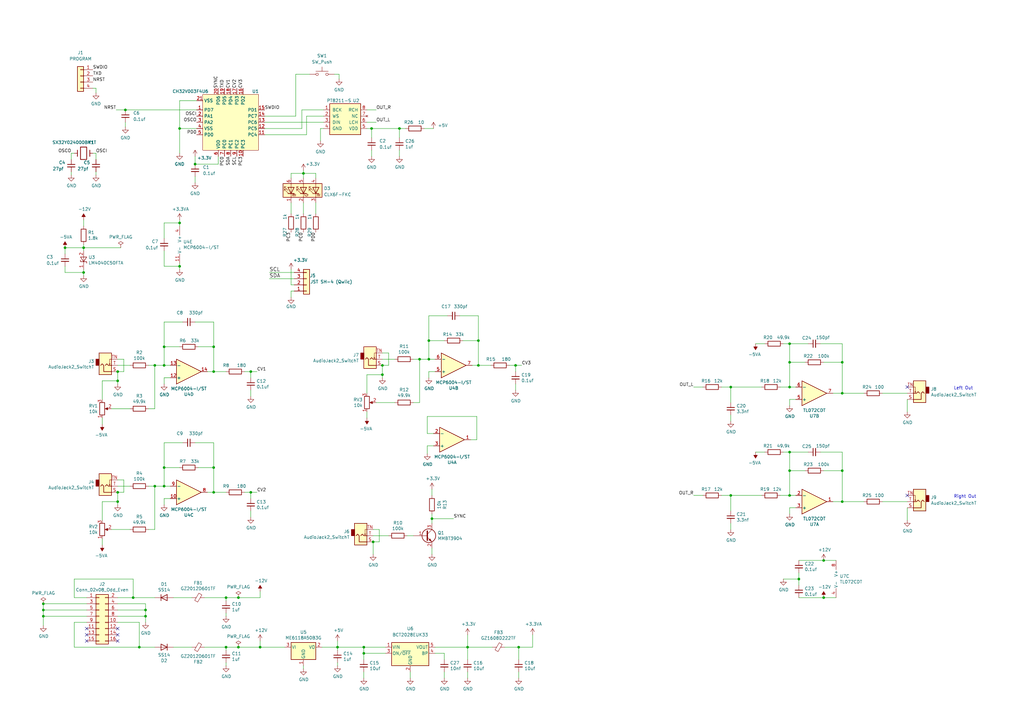
<source format=kicad_sch>
(kicad_sch (version 20211123) (generator eeschema)
  (paper "A3")
  (title_block (title "Cheep 3a - low cost Eurorack Oscillator") (date "2023-07-12") (rev "V0.2") (company "KBADC"))
  (junction (at 67.31 149.86))
  (junction (at 48.26 205.74))
  (junction (at 59.69 250.19))
  (junction (at 299.72 203.2))
  (junction (at 153.035 222.25))
  (junction (at 177.165 212.725))
  (junction (at 67.31 142.24))
  (junction (at 67.31 199.39))
  (junction (at 102.87 201.93))
  (junction (at 323.85 193.04))
  (junction (at 17.78 250.19))
  (junction (at 59.69 252.73))
  (junction (at 63.5 199.39))
  (junction (at 106.68 265.43))
  (junction (at 172.085 147.32))
  (junction (at 299.72 158.75))
  (junction (at 48.26 152.4))
  (junction (at 156.845 149.86))
  (junction (at 124.46 71.12))
  (junction (at 323.85 203.2))
  (junction (at 138.43 265.43))
  (junction (at 48.26 201.93))
  (junction (at 345.44 193.04))
  (junction (at 54.61 245.11))
  (junction (at 87.63 191.77))
  (junction (at 73.66 109.22))
  (junction (at 211.455 149.86))
  (junction (at 345.44 205.74))
  (junction (at 156.845 153.67))
  (junction (at 102.87 152.4))
  (junction (at 92.71 245.11))
  (junction (at 323.85 148.59))
  (junction (at 152.4 52.705))
  (junction (at 34.29 101.6))
  (junction (at 73.66 91.44))
  (junction (at 17.78 247.65))
  (junction (at 175.895 147.32))
  (junction (at 87.63 142.24))
  (junction (at 323.85 185.42))
  (junction (at 323.85 158.75))
  (junction (at 327.66 237.49))
  (junction (at 337.82 245.11))
  (junction (at 63.5 149.86))
  (junction (at 67.31 191.77))
  (junction (at 97.79 245.11))
  (junction (at 212.725 265.43))
  (junction (at 337.82 229.87))
  (junction (at 34.29 111.76))
  (junction (at 26.67 101.6))
  (junction (at 345.44 148.59))
  (junction (at 57.15 265.43))
  (junction (at 175.895 139.7))
  (junction (at 48.26 156.21))
  (junction (at 87.63 152.4))
  (junction (at 97.79 265.43))
  (junction (at 51.435 45.085))
  (junction (at 163.83 52.705))
  (junction (at 149.225 265.43))
  (junction (at 191.77 265.43))
  (junction (at 149.225 267.97))
  (junction (at 17.78 252.73))
  (junction (at 87.63 201.93))
  (junction (at 323.85 140.97))
  (junction (at 196.215 139.7))
  (junction (at 80.01 67.31))
  (junction (at 73.66 52.705))
  (junction (at 345.44 161.29))
  (junction (at 196.215 149.86))
  (junction (at 92.71 265.43))
  (no_connect (at 48.26 262.89))
  (no_connect (at 35.56 262.89))
  (no_connect (at 48.26 260.35))
  (no_connect (at 35.56 257.81))
  (no_connect (at 372.11 203.2))
  (no_connect (at 35.56 260.35))
  (no_connect (at 372.11 158.75))
  (no_connect (at 48.26 257.81))
  (wire (pts (xy 327.66 237.49) (xy 321.31 237.49)))
  (wire (pts (xy 327.66 245.11) (xy 337.82 245.11)))
  (wire (pts (xy 92.71 273.05) (xy 92.71 271.78)))
  (wire (pts (xy 156.845 147.32) (xy 161.925 147.32)))
  (wire (pts (xy 156.845 153.67) (xy 156.845 154.94)))
  (wire (pts (xy 177.165 200.66) (xy 177.165 203.2)))
  (wire (pts (xy 211.455 149.86) (xy 211.455 152.4)))
  (wire (pts (xy 345.44 148.59) (xy 345.44 161.29)))
  (wire (pts (xy 212.725 265.43) (xy 212.725 270.51)))
  (wire (pts (xy 87.63 152.4) (xy 92.71 152.4)))
  (wire (pts (xy 345.44 161.29) (xy 354.33 161.29)))
  (wire (pts (xy 97.79 265.43) (xy 106.68 265.43)))
  (wire (pts (xy 60.96 167.64) (xy 63.5 167.64)))
  (wire (pts (xy 337.82 148.59) (xy 345.44 148.59)))
  (wire (pts (xy 132.715 52.705) (xy 131.445 52.705)))
  (wire (pts (xy 41.91 156.21) (xy 41.91 163.83)))
  (wire (pts (xy 345.44 185.42) (xy 345.44 193.04)))
  (wire (pts (xy 92.71 251.46) (xy 92.71 252.73)))
  (wire (pts (xy 150.495 52.705) (xy 152.4 52.705)))
  (wire (pts (xy 80.01 181.61) (xy 87.63 181.61)))
  (wire (pts (xy 80.645 52.705) (xy 73.66 52.705)))
  (wire (pts (xy 17.78 252.73) (xy 17.78 256.54)))
  (wire (pts (xy 34.29 113.03) (xy 34.29 111.76)))
  (wire (pts (xy 218.44 260.35) (xy 218.44 265.43)))
  (wire (pts (xy 110.49 111.76) (xy 120.65 111.76)))
  (wire (pts (xy 83.82 245.11) (xy 92.71 245.11)))
  (wire (pts (xy 73.66 52.705) (xy 73.66 62.865)))
  (wire (pts (xy 345.44 205.74) (xy 341.63 205.74)))
  (wire (pts (xy 175.26 177.8) (xy 177.8 177.8)))
  (wire (pts (xy 48.26 156.21) (xy 41.91 156.21)))
  (wire (pts (xy 97.79 245.11) (xy 106.68 245.11)))
  (wire (pts (xy 323.85 203.2) (xy 326.39 203.2)))
  (wire (pts (xy 337.82 229.87) (xy 327.66 229.87)))
  (wire (pts (xy 102.87 162.56) (xy 102.87 160.02)))
  (wire (pts (xy 48.26 152.4) (xy 48.26 156.21)))
  (wire (pts (xy 330.2 148.59) (xy 323.85 148.59)))
  (wire (pts (xy 29.21 71.755) (xy 29.21 70.485)))
  (wire (pts (xy 102.87 152.4) (xy 102.87 154.94)))
  (wire (pts (xy 108.585 50.165) (xy 132.715 50.165)))
  (wire (pts (xy 108.585 55.245) (xy 125.73 55.245)))
  (wire (pts (xy 69.85 154.94) (xy 67.31 154.94)))
  (wire (pts (xy 125.73 55.245) (xy 125.73 47.625)))
  (wire (pts (xy 163.83 52.705) (xy 152.4 52.705)))
  (wire (pts (xy 100.33 201.93) (xy 102.87 201.93)))
  (wire (pts (xy 38.1 36.195) (xy 39.37 36.195)))
  (wire (pts (xy 299.72 158.75) (xy 299.72 165.1)))
  (wire (pts (xy 182.245 267.97) (xy 182.245 270.51)))
  (wire (pts (xy 124.46 71.12) (xy 124.46 73.025)))
  (wire (pts (xy 336.55 140.97) (xy 345.44 140.97)))
  (wire (pts (xy 26.67 111.76) (xy 34.29 111.76)))
  (wire (pts (xy 60.96 199.39) (xy 63.5 199.39)))
  (wire (pts (xy 73.66 142.24) (xy 67.31 142.24)))
  (wire (pts (xy 41.91 205.74) (xy 41.91 213.36)))
  (wire (pts (xy 284.48 158.75) (xy 288.29 158.75)))
  (wire (pts (xy 312.42 203.2) (xy 299.72 203.2)))
  (wire (pts (xy 169.545 165.1) (xy 172.085 165.1)))
  (wire (pts (xy 69.85 204.47) (xy 67.31 204.47)))
  (wire (pts (xy 152.4 61.595) (xy 152.4 64.135)))
  (wire (pts (xy 17.78 247.65) (xy 17.78 250.19)))
  (wire (pts (xy 183.515 129.54) (xy 175.895 129.54)))
  (wire (pts (xy 320.04 203.2) (xy 323.85 203.2)))
  (wire (pts (xy 59.69 247.65) (xy 59.69 250.19)))
  (wire (pts (xy 139.065 30.48) (xy 139.065 32.385)))
  (wire (pts (xy 159.385 149.86) (xy 156.845 149.86)))
  (wire (pts (xy 73.66 109.22) (xy 67.31 109.22)))
  (wire (pts (xy 337.82 193.04) (xy 345.44 193.04)))
  (wire (pts (xy 119.38 119.38) (xy 120.65 119.38)))
  (wire (pts (xy 59.69 252.73) (xy 59.69 255.27)))
  (wire (pts (xy 80.01 72.39) (xy 80.01 74.93)))
  (wire (pts (xy 295.91 203.2) (xy 299.72 203.2)))
  (wire (pts (xy 156.845 149.86) (xy 156.845 153.67)))
  (wire (pts (xy 48.26 147.32) (xy 50.8 147.32)))
  (wire (pts (xy 73.66 91.44) (xy 67.31 91.44)))
  (wire (pts (xy 30.48 237.49) (xy 54.61 237.49)))
  (wire (pts (xy 138.43 265.43) (xy 138.43 266.7)))
  (wire (pts (xy 129.54 71.12) (xy 129.54 73.025)))
  (wire (pts (xy 138.43 265.43) (xy 138.43 262.89)))
  (wire (pts (xy 63.5 265.43) (xy 57.15 265.43)))
  (wire (pts (xy 175.26 182.88) (xy 175.26 186.055)))
  (wire (pts (xy 155.575 217.17) (xy 155.575 222.25)))
  (wire (pts (xy 175.895 147.32) (xy 178.435 147.32)))
  (wire (pts (xy 92.71 265.43) (xy 97.79 265.43)))
  (wire (pts (xy 45.72 217.17) (xy 53.34 217.17)))
  (wire (pts (xy 67.31 91.44) (xy 67.31 97.79)))
  (wire (pts (xy 155.575 222.25) (xy 153.035 222.25)))
  (wire (pts (xy 150.495 50.165) (xy 154.305 50.165)))
  (wire (pts (xy 73.66 90.17) (xy 73.66 91.44)))
  (wire (pts (xy 323.85 140.97) (xy 321.31 140.97)))
  (wire (pts (xy 119.38 73.025) (xy 119.38 71.12)))
  (wire (pts (xy 159.385 144.78) (xy 159.385 149.86)))
  (wire (pts (xy 153.035 217.17) (xy 155.575 217.17)))
  (wire (pts (xy 121.285 47.625) (xy 121.285 30.48)))
  (wire (pts (xy 87.63 142.24) (xy 87.63 152.4)))
  (wire (pts (xy 323.85 185.42) (xy 323.85 193.04)))
  (wire (pts (xy 195.58 170.815) (xy 195.58 180.34)))
  (wire (pts (xy 163.83 61.595) (xy 163.83 64.135)))
  (wire (pts (xy 63.5 149.86) (xy 67.31 149.86)))
  (wire (pts (xy 87.63 181.61) (xy 87.63 191.77)))
  (wire (pts (xy 51.435 45.085) (xy 80.645 45.085)))
  (wire (pts (xy 188.595 129.54) (xy 196.215 129.54)))
  (wire (pts (xy 189.865 139.7) (xy 196.215 139.7)))
  (wire (pts (xy 35.56 252.73) (xy 17.78 252.73)))
  (wire (pts (xy 323.85 158.75) (xy 326.39 158.75)))
  (wire (pts (xy 120.65 116.84) (xy 119.38 116.84)))
  (wire (pts (xy 119.38 121.92) (xy 119.38 119.38)))
  (wire (pts (xy 51.435 50.165) (xy 51.435 52.07)))
  (wire (pts (xy 327.66 234.95) (xy 327.66 237.49)))
  (wire (pts (xy 92.71 245.11) (xy 97.79 245.11)))
  (wire (pts (xy 110.49 114.3) (xy 120.65 114.3)))
  (wire (pts (xy 63.5 217.17) (xy 63.5 199.39)))
  (wire (pts (xy 163.83 52.705) (xy 166.37 52.705)))
  (wire (pts (xy 87.63 201.93) (xy 85.09 201.93)))
  (wire (pts (xy 177.165 212.725) (xy 186.055 212.725)))
  (wire (pts (xy 167.005 219.71) (xy 169.545 219.71)))
  (wire (pts (xy 67.31 191.77) (xy 67.31 199.39)))
  (wire (pts (xy 191.77 265.43) (xy 201.93 265.43)))
  (wire (pts (xy 35.56 255.27) (xy 30.48 255.27)))
  (wire (pts (xy 132.08 265.43) (xy 138.43 265.43)))
  (wire (pts (xy 177.8 182.88) (xy 175.26 182.88)))
  (wire (pts (xy 108.585 52.705) (xy 123.825 52.705)))
  (wire (pts (xy 47.625 45.085) (xy 51.435 45.085)))
  (wire (pts (xy 124.46 71.12) (xy 129.54 71.12)))
  (wire (pts (xy 331.47 185.42) (xy 323.85 185.42)))
  (wire (pts (xy 48.26 255.27) (xy 57.15 255.27)))
  (wire (pts (xy 48.26 205.74) (xy 48.26 207.01)))
  (wire (pts (xy 323.85 148.59) (xy 323.85 158.75)))
  (wire (pts (xy 320.04 158.75) (xy 323.85 158.75)))
  (wire (pts (xy 41.91 171.45) (xy 41.91 173.99)))
  (wire (pts (xy 169.545 147.32) (xy 172.085 147.32)))
  (wire (pts (xy 71.12 265.43) (xy 78.74 265.43)))
  (wire (pts (xy 323.85 193.04) (xy 323.85 203.2)))
  (wire (pts (xy 195.58 180.34) (xy 193.04 180.34)))
  (wire (pts (xy 48.26 205.74) (xy 41.91 205.74)))
  (wire (pts (xy 74.93 132.08) (xy 67.31 132.08)))
  (wire (pts (xy 119.38 116.84) (xy 119.38 110.49)))
  (wire (pts (xy 178.435 267.97) (xy 182.245 267.97)))
  (wire (pts (xy 34.29 101.6) (xy 34.29 100.33)))
  (wire (pts (xy 212.725 275.59) (xy 212.725 278.13)))
  (wire (pts (xy 63.5 167.64) (xy 63.5 149.86)))
  (wire (pts (xy 63.5 199.39) (xy 67.31 199.39)))
  (wire (pts (xy 156.845 153.67) (xy 150.495 153.67)))
  (wire (pts (xy 150.495 153.67) (xy 150.495 161.29)))
  (wire (pts (xy 50.8 201.93) (xy 48.26 201.93)))
  (wire (pts (xy 336.55 185.42) (xy 345.44 185.42)))
  (wire (pts (xy 149.225 267.97) (xy 149.225 270.51)))
  (wire (pts (xy 81.28 191.77) (xy 87.63 191.77)))
  (wire (pts (xy 38.1 62.865) (xy 39.37 62.865)))
  (wire (pts (xy 177.165 224.79) (xy 177.165 227.33)))
  (wire (pts (xy 100.33 152.4) (xy 102.87 152.4)))
  (wire (pts (xy 92.71 265.43) (xy 92.71 266.7)))
  (wire (pts (xy 172.085 165.1) (xy 172.085 147.32)))
  (wire (pts (xy 150.495 45.085) (xy 154.305 45.085)))
  (wire (pts (xy 102.87 201.93) (xy 105.41 201.93)))
  (wire (pts (xy 323.85 208.28) (xy 326.39 208.28)))
  (wire (pts (xy 153.035 219.71) (xy 159.385 219.71)))
  (wire (pts (xy 321.31 185.42) (xy 323.85 185.42)))
  (wire (pts (xy 34.29 92.71) (xy 34.29 90.17)))
  (wire (pts (xy 207.01 265.43) (xy 212.725 265.43)))
  (wire (pts (xy 35.56 250.19) (xy 17.78 250.19)))
  (wire (pts (xy 372.11 163.83) (xy 372.11 168.91)))
  (wire (pts (xy 39.37 71.755) (xy 39.37 70.485)))
  (wire (pts (xy 34.29 111.76) (xy 34.29 110.49)))
  (wire (pts (xy 211.455 160.02) (xy 211.455 157.48)))
  (wire (pts (xy 131.445 52.705) (xy 131.445 57.785)))
  (wire (pts (xy 17.78 250.19) (xy 17.78 252.73)))
  (wire (pts (xy 35.56 247.65) (xy 17.78 247.65)))
  (wire (pts (xy 299.72 214.63) (xy 299.72 217.17)))
  (wire (pts (xy 50.8 196.85) (xy 50.8 201.93)))
  (wire (pts (xy 178.435 265.43) (xy 191.77 265.43)))
  (wire (pts (xy 50.8 152.4) (xy 48.26 152.4)))
  (wire (pts (xy 124.46 83.185) (xy 124.46 87.63)))
  (wire (pts (xy 54.61 245.11) (xy 48.26 245.11)))
  (wire (pts (xy 123.825 45.085) (xy 132.715 45.085)))
  (wire (pts (xy 182.245 139.7) (xy 175.895 139.7)))
  (wire (pts (xy 345.44 140.97) (xy 345.44 148.59)))
  (wire (pts (xy 208.915 149.86) (xy 211.455 149.86)))
  (wire (pts (xy 30.48 265.43) (xy 57.15 265.43)))
  (wire (pts (xy 39.37 62.865) (xy 39.37 65.405)))
  (wire (pts (xy 89.535 67.31) (xy 80.01 67.31)))
  (wire (pts (xy 59.69 250.19) (xy 59.69 252.73)))
  (wire (pts (xy 153.035 222.25) (xy 153.035 227.33)))
  (wire (pts (xy 67.31 132.08) (xy 67.31 142.24)))
  (wire (pts (xy 313.69 185.42) (xy 309.88 185.42)))
  (wire (pts (xy 73.66 41.275) (xy 73.66 52.705)))
  (wire (pts (xy 124.46 273.05) (xy 124.46 274.32)))
  (wire (pts (xy 149.225 275.59) (xy 149.225 278.13)))
  (wire (pts (xy 178.435 152.4) (xy 175.895 152.4)))
  (wire (pts (xy 330.2 193.04) (xy 323.85 193.04)))
  (wire (pts (xy 48.26 149.86) (xy 53.34 149.86)))
  (wire (pts (xy 67.31 204.47) (xy 67.31 207.01)))
  (wire (pts (xy 83.82 265.43) (xy 92.71 265.43)))
  (wire (pts (xy 60.96 149.86) (xy 63.5 149.86)))
  (wire (pts (xy 299.72 170.18) (xy 299.72 172.72)))
  (wire (pts (xy 191.77 265.43) (xy 191.77 260.35)))
  (wire (pts (xy 175.26 170.815) (xy 195.58 170.815)))
  (wire (pts (xy 26.67 109.22) (xy 26.67 111.76)))
  (wire (pts (xy 158.115 267.97) (xy 149.225 267.97)))
  (wire (pts (xy 39.37 36.195) (xy 39.37 38.1)))
  (wire (pts (xy 48.26 252.73) (xy 59.69 252.73)))
  (wire (pts (xy 67.31 109.22) (xy 67.31 102.87)))
  (wire (pts (xy 73.66 109.22) (xy 73.66 107.95)))
  (wire (pts (xy 196.215 149.86) (xy 201.295 149.86)))
  (wire (pts (xy 92.71 245.11) (xy 92.71 246.38)))
  (wire (pts (xy 191.77 265.43) (xy 191.77 270.51)))
  (wire (pts (xy 30.48 255.27) (xy 30.48 265.43)))
  (wire (pts (xy 196.215 129.54) (xy 196.215 139.7)))
  (wire (pts (xy 299.72 203.2) (xy 299.72 209.55)))
  (wire (pts (xy 34.29 101.6) (xy 49.53 101.6)))
  (wire (pts (xy 67.31 181.61) (xy 67.31 191.77)))
  (wire (pts (xy 313.69 140.97) (xy 309.88 140.97)))
  (wire (pts (xy 212.725 265.43) (xy 218.44 265.43)))
  (wire (pts (xy 361.95 161.29) (xy 372.11 161.29)))
  (wire (pts (xy 80.01 132.08) (xy 87.63 132.08)))
  (wire (pts (xy 54.61 245.11) (xy 63.5 245.11)))
  (wire (pts (xy 129.54 83.185) (xy 129.54 87.63)))
  (wire (pts (xy 41.91 220.98) (xy 41.91 223.52)))
  (wire (pts (xy 284.48 203.2) (xy 288.29 203.2)))
  (wire (pts (xy 125.73 47.625) (xy 132.715 47.625)))
  (wire (pts (xy 48.26 250.19) (xy 59.69 250.19)))
  (wire (pts (xy 342.9 229.87) (xy 337.82 229.87)))
  (wire (pts (xy 29.21 65.405) (xy 29.21 62.865)))
  (wire (pts (xy 87.63 201.93) (xy 92.71 201.93)))
  (wire (pts (xy 345.44 161.29) (xy 341.63 161.29)))
  (wire (pts (xy 48.26 201.93) (xy 48.26 205.74)))
  (wire (pts (xy 175.26 177.8) (xy 175.26 170.815)))
  (wire (pts (xy 67.31 149.86) (xy 69.85 149.86)))
  (wire (pts (xy 137.16 30.48) (xy 139.065 30.48)))
  (wire (pts (xy 175.895 152.4) (xy 175.895 154.94)))
  (wire (pts (xy 172.085 147.32) (xy 175.895 147.32)))
  (wire (pts (xy 295.91 158.75) (xy 299.72 158.75)))
  (wire (pts (xy 124.46 69.85) (xy 124.46 71.12)))
  (wire (pts (xy 361.95 205.74) (xy 372.11 205.74)))
  (wire (pts (xy 30.48 245.11) (xy 30.48 237.49)))
  (wire (pts (xy 138.43 265.43) (xy 149.225 265.43)))
  (wire (pts (xy 71.12 245.11) (xy 78.74 245.11)))
  (wire (pts (xy 312.42 158.75) (xy 299.72 158.75)))
  (wire (pts (xy 345.44 205.74) (xy 354.33 205.74)))
  (wire (pts (xy 60.96 217.17) (xy 63.5 217.17)))
  (wire (pts (xy 35.56 245.11) (xy 30.48 245.11)))
  (wire (pts (xy 73.66 110.49) (xy 73.66 109.22)))
  (wire (pts (xy 196.215 149.86) (xy 193.675 149.86)))
  (wire (pts (xy 372.11 208.28) (xy 372.11 213.36)))
  (wire (pts (xy 154.305 165.1) (xy 161.925 165.1)))
  (wire (pts (xy 80.01 67.31) (xy 80.01 64.135)))
  (wire (pts (xy 196.215 139.7) (xy 196.215 149.86)))
  (wire (pts (xy 102.87 212.09) (xy 102.87 209.55)))
  (wire (pts (xy 175.895 129.54) (xy 175.895 139.7)))
  (wire (pts (xy 182.245 275.59) (xy 182.245 278.13)))
  (wire (pts (xy 108.585 47.625) (xy 121.285 47.625)))
  (wire (pts (xy 67.31 142.24) (xy 67.31 149.86)))
  (wire (pts (xy 323.85 163.83) (xy 323.85 166.37)))
  (wire (pts (xy 87.63 152.4) (xy 85.09 152.4)))
  (wire (pts (xy 48.26 199.39) (xy 53.34 199.39)))
  (wire (pts (xy 323.85 208.28) (xy 323.85 210.82)))
  (wire (pts (xy 106.68 245.11) (xy 106.68 242.57)))
  (wire (pts (xy 48.26 156.21) (xy 48.26 157.48)))
  (wire (pts (xy 54.61 237.49) (xy 54.61 245.11)))
  (wire (pts (xy 50.8 147.32) (xy 50.8 152.4)))
  (wire (pts (xy 81.28 142.24) (xy 87.63 142.24)))
  (wire (pts (xy 106.68 265.43) (xy 116.84 265.43)))
  (wire (pts (xy 73.66 91.44) (xy 73.66 92.71)))
  (wire (pts (xy 34.29 102.87) (xy 34.29 101.6)))
  (wire (pts (xy 74.93 181.61) (xy 67.31 181.61)))
  (wire (pts (xy 211.455 149.86) (xy 213.995 149.86)))
  (wire (pts (xy 67.31 154.94) (xy 67.31 157.48)))
  (wire (pts (xy 138.43 271.78) (xy 138.43 273.05)))
  (wire (pts (xy 337.82 245.11) (xy 342.9 245.11)))
  (wire (pts (xy 158.115 265.43) (xy 149.225 265.43)))
  (wire (pts (xy 89.535 64.135) (xy 89.535 67.31)))
  (wire (pts (xy 119.38 71.12) (xy 124.46 71.12)))
  (wire (pts (xy 327.66 237.49) (xy 327.66 240.03)))
  (wire (pts (xy 345.44 193.04) (xy 345.44 205.74)))
  (wire (pts (xy 48.26 196.85) (xy 50.8 196.85)))
  (wire (pts (xy 323.85 140.97) (xy 323.85 148.59)))
  (wire (pts (xy 102.87 152.4) (xy 105.41 152.4)))
  (wire (pts (xy 29.21 62.865) (xy 30.48 62.865)))
  (wire (pts (xy 152.4 52.705) (xy 152.4 56.515)))
  (wire (pts (xy 177.165 210.82) (xy 177.165 212.725)))
  (wire (pts (xy 123.825 52.705) (xy 123.825 45.085)))
  (wire (pts (xy 73.66 191.77) (xy 67.31 191.77)))
  (wire (pts (xy 67.31 199.39) (xy 69.85 199.39)))
  (wire (pts (xy 87.63 191.77) (xy 87.63 201.93)))
  (wire (pts (xy 175.895 139.7) (xy 175.895 147.32)))
  (wire (pts (xy 168.275 278.13) (xy 168.275 275.59)))
  (wire (pts (xy 26.67 101.6) (xy 34.29 101.6)))
  (wire (pts (xy 106.68 265.43) (xy 106.68 262.89)))
  (wire (pts (xy 156.845 144.78) (xy 159.385 144.78)))
  (wire (pts (xy 26.67 104.14) (xy 26.67 101.6)))
  (wire (pts (xy 163.83 56.515) (xy 163.83 52.705)))
  (wire (pts (xy 48.26 247.65) (xy 59.69 247.65)))
  (wire (pts (xy 149.225 265.43) (xy 149.225 267.97)))
  (wire (pts (xy 323.85 163.83) (xy 326.39 163.83)))
  (wire (pts (xy 45.72 167.64) (xy 53.34 167.64)))
  (wire (pts (xy 87.63 132.08) (xy 87.63 142.24)))
  (wire (pts (xy 57.15 265.43) (xy 57.15 255.27)))
  (wire (pts (xy 191.77 275.59) (xy 191.77 278.13)))
  (wire (pts (xy 177.165 212.725) (xy 177.165 214.63)))
  (wire (pts (xy 150.495 168.91) (xy 150.495 171.45)))
  (wire (pts (xy 119.38 83.185) (xy 119.38 87.63)))
  (wire (pts (xy 331.47 140.97) (xy 323.85 140.97)))
  (wire (pts (xy 173.99 52.705) (xy 177.8 52.705)))
  (wire (pts (xy 80.645 41.275) (xy 73.66 41.275)))
  (wire (pts (xy 102.87 201.93) (xy 102.87 204.47)))
  (wire (pts (xy 121.285 30.48) (xy 127 30.48)))
  (text "Right Out" (at 391.16 204.47 0) (effects (font (size 1.27 1.27)) (justify left bottom)))
  (text "Left Out" (at 391.16 160.02 0) (effects (font (size 1.27 1.27)) (justify left bottom)))
  (label "OUT_R" (at 284.48 203.2 180))
  (label "SDA" (at 94.615 64.135 270))
  (label "OSCO" (at 80.645 50.165 180))
  (label "NRST" (at 47.625 45.085 180))
  (label "SYNC" (at 186.055 212.725 0))
  (label "OSCO" (at 29.21 62.865 180))
  (label "SCL" (at 110.49 111.76 0) (effects (font (size 1.524 1.524))))
  (label "PD0" (at 129.54 95.25 270))
  (label "PD0" (at 80.645 55.245 180))
  (label "PC3" (at 99.695 64.135 270))
  (label "CV3" (at 99.695 36.195 90))
  (label "CV1" (at 105.41 152.4 0))
  (label "SWDIO" (at 38.1 28.575 0))
  (label "PC3" (at 119.38 95.25 270))
  (label "TXD" (at 38.1 31.115 0))
  (label "SCL" (at 97.155 64.135 270))
  (label "OSCI" (at 39.37 62.865 0))
  (label "SYNC" (at 89.535 36.195 90))
  (label "SWDIO" (at 108.585 45.085 0))
  (label "OUT_R" (at 154.305 45.085 0))
  (label "CV2" (at 97.155 36.195 90))
  (label "NRST" (at 38.1 33.655 0))
  (label "TXD" (at 92.075 36.195 90))
  (label "OUT_L" (at 154.305 50.165 0))
  (label "OSCI" (at 80.645 47.625 180))
  (label "SDA" (at 110.49 114.3 0) (effects (font (size 1.524 1.524))))
  (label "PC0" (at 124.46 95.25 270))
  (label "OUT_L" (at 284.48 158.75 180))
  (label "PC0" (at 92.075 64.135 270))
  (label "CV1" (at 94.615 36.195 90))
  (label "CV2" (at 105.41 201.93 0))
  (label "CV3" (at 213.995 149.86 0))
  (symbol (lib_id "power:+5V") (at 138.43 262.89 0) (unit 1)
    (property "Reference" "#PWR031" (effects hide))
    (property "Value" "+5V" (at 138.811 258.4958 0))
  )
  (symbol (lib_id "Device:R") (at 358.14 205.74 270) (unit 1)
    (property "Reference" "R25" (at 355.6 203.2 90))
    (property "Value" "100" (at 360.68 203.2 90))
    (property "Footprint" "Resistor_SMD:R_0603_1608Metric" (effects hide))
    (property "JLC" "https://jlcpcb.com/partdetail/23502-0603WAF1000T5E/C22775" (effects hide))
  )
  (symbol (lib_id "Device:R") (at 177.165 207.01 180) (unit 1)
    (property "Reference" "R13" (at 182.4228 207.01 90))
    (property "Value" "10k" (at 180.1114 207.01 90))
    (property "Footprint" "Resistor_SMD:R_0603_1608Metric" (effects hide))
    (property "JLC" "https://jlcpcb.com/partdetail/26547-0603WAF1002T5E/C25804" (effects hide))
  )
  (symbol (lib_id "Device:C_Small") (at 80.01 69.85 0) (unit 1)
    (property "Reference" "C1" (at 83.185 68.5862 0) (effects (justify left)))
    (property "Value" "0.1uf" (at 83.185 71.1262 0) (effects (justify left)))
    (property "Footprint" "Capacitor_SMD:C_0603_1608Metric" (effects hide))
    (property "JLC" "https://jlcpcb.com/partdetail/Yageo-CC0603KRX7R9BB104/C14663" (effects hide))
  )
  (symbol (lib_id "power:GND") (at 67.31 157.48 0) (unit 1)
    (property "Reference" "#PWR020" (effects hide))
    (property "Value" "GND" (at 67.437 161.8742 0))
  )
  (symbol (lib_id "power:GND") (at 59.69 255.27 0) (unit 1)
    (property "Reference" "#PWR019" (effects hide))
    (property "Value" "GND" (at 59.817 259.6642 0))
  )
  (symbol (lib_id "Device:R") (at 205.105 149.86 270) (unit 1)
    (property "Reference" "R15" (at 201.295 147.32 90))
    (property "Value" "180" (at 207.645 147.32 90))
    (property "Footprint" "Resistor_SMD:R_0603_1608Metric" (effects hide))
    (property "JLC" "https://jlcpcb.com/partdetail/23555-0603WAF1800T5E/C22828" (effects hide))
  )
  (symbol (lib_id "power:+3.3V") (at 119.38 110.49 0) (unit 1)
    (property "Reference" "#PWR0101" (effects hide))
    (property "Value" "+3.3V" (at 123.19 106.68 0))
  )
  (symbol (lib_id "power:PWR_FLAG") (at 49.53 101.6 0) (unit 1)
    (property "Reference" "#FLG02" (effects hide))
    (property "Value" "PWR_FLAG" (at 49.53 97.2058 0))
  )
  (symbol (lib_id "Device:FerriteBead_Small") (at 204.47 265.43 270) (unit 1)
    (property "Reference" "FB3" (at 204.47 259.4102 90))
    (property "Value" "GZ1608D222TF" (at 204.47 261.7216 90))
    (property "Footprint" "Inductor_SMD:L_0603_1608Metric" (effects hide))
    (property "JLC" "https://jlcpcb.com/partdetail/Sunlord-GZ1608D222TF/C96697" (effects hide))
  )
  (symbol (lib_id "power:+3.3VA") (at 218.44 260.35 0) (unit 1)
    (property "Reference" "#PWR046" (effects hide))
    (property "Value" "+3.3VA" (at 218.821 255.9558 0))
  )
  (symbol (lib_id "power:GND") (at 299.72 172.72 0) (unit 1)
    (property "Reference" "#PWR048" (effects hide))
    (property "Value" "GND" (at 299.847 177.1142 0))
  )
  (symbol (lib_id "Amplifier_Operational:MCP6004") (at 77.47 152.4 0) (mirror x) (unit 4)
    (property "Reference" "U4" (at 77.47 161.7218 0))
    (property "Value" "MCP6004-I/ST" (at 77.47 159.4104 0))
    (property "Footprint" "Package_SO:TSSOP-14_4.4x5mm_P0.65mm" (effects hide))
    (property "Datasheet" "https://ww1.microchip.com/downloads/aemDocuments/documents/MSLD/ProductDocuments/DataSheets/MCP6001-1R-1U-2-4-1-MHz-Low-Power-Op-Amp-DS20001733L.pdf" (effects hide))
    (property "JLC" "https://jlcpcb.com/partdetail/MicrochipTech-MCP6004T_IST/C50282" (effects hide))
  )
  (symbol (lib_id "Device:C_Small") (at 77.47 132.08 270) (unit 1)
    (property "Reference" "C8" (at 72.39 128.27 90) (effects (justify left)))
    (property "Value" "330pf" (at 77.47 128.27 90) (effects (justify left)))
    (property "Footprint" "Capacitor_SMD:C_0603_1608Metric" (effects hide))
    (property "JLC" "https://jlcpcb.com/partdetail/2016-CL10C331JB8NNNC/C1664" (effects hide))
  )
  (symbol (lib_id "power:GND") (at 139.065 32.385 0) (unit 1)
    (property "Reference" "#PWR033" (effects hide))
    (property "Value" "GND" (at 139.065 36.83 0))
  )
  (symbol (lib_id "Amplifier_Operational:MCP6004") (at 185.42 180.34 0) (mirror x) (unit 1)
    (property "Reference" "U4" (at 185.42 189.6618 0))
    (property "Value" "MCP6004-I/ST" (at 185.42 187.3504 0))
    (property "Footprint" "Package_SO:TSSOP-14_4.4x5mm_P0.65mm" (effects hide))
    (property "Datasheet" "https://ww1.microchip.com/downloads/aemDocuments/documents/MSLD/ProductDocuments/DataSheets/MCP6001-1R-1U-2-4-1-MHz-Low-Power-Op-Amp-DS20001733L.pdf" (effects hide))
    (property "JLC" "https://jlcpcb.com/partdetail/MicrochipTech-MCP6004T_IST/C50282" (effects hide))
  )
  (symbol (lib_id "Device:R") (at 57.15 199.39 270) (unit 1)
    (property "Reference" "R4" (at 57.15 194.1322 90))
    (property "Value" "100k" (at 57.15 196.4436 90))
    (property "Footprint" "Resistor_SMD:R_0603_1608Metric" (effects hide))
    (property "JLC" "https://jlcpcb.com/partdetail/26546-0603WAF1003T5E/C25803" (effects hide))
  )
  (symbol (lib_id "power:GND") (at 48.26 157.48 0) (unit 1)
    (property "Reference" "#PWR016" (effects hide))
    (property "Value" "GND" (at 48.387 161.8742 0))
  )
  (symbol (lib_id "Amplifier_Operational:TL082") (at 334.01 161.29 0) (mirror x) (unit 2)
    (property "Reference" "U7" (at 334.01 170.6118 0))
    (property "Value" "TL072CDT" (at 334.01 168.3004 0))
    (property "Footprint" "Package_SO:SOIC-8_3.9x4.9mm_P1.27mm" (effects hide))
    (property "Datasheet" "http://www.ti.com/lit/ds/symlink/tl081.pdf" (effects hide))
    (property "JLC" "https://jlcpcb.com/partdetail/Stmicroelectronics-TL072CDT/C6961" (effects hide))
  )
  (symbol (lib_id "Device:C_Small") (at 29.21 67.945 0) (unit 1)
    (property "Reference" "C4" (at 24.13 66.675 0) (effects (justify left)))
    (property "Value" "27pf" (at 21.59 69.215 0) (effects (justify left)))
    (property "Footprint" "Capacitor_SMD:C_0603_1608Metric" (effects hide))
    (property "JLC" "https://jlcpcb.com/partdetail/Yageo-CC0603JRNPO9BN270/C107045" (effects hide))
  )
  (symbol (lib_id "Device:R") (at 96.52 201.93 270) (unit 1)
    (property "Reference" "R9" (at 92.71 199.39 90))
    (property "Value" "180" (at 99.06 199.39 90))
    (property "Footprint" "Resistor_SMD:R_0603_1608Metric" (effects hide))
    (property "JLC" "https://jlcpcb.com/partdetail/23555-0603WAF1800T5E/C22828" (effects hide))
  )
  (symbol (lib_id "Connector:AudioJack2_SwitchT") (at 43.18 149.86 0) (mirror x) (unit 1)
    (property "Reference" "J3" (at 38.6334 148.1582 0) (effects (justify right)))
    (property "Value" "AudioJack2_SwitchT" (at 38.6334 150.4696 0) (effects (justify right)))
    (property "Footprint" "emeb_library:Jack_3.5mm_QingPu_WQP-PJ398SM_Vertical_CircularHoles" (effects hide))
  )
  (symbol (lib_id "power:GND") (at 34.29 113.03 0) (unit 1)
    (property "Reference" "#PWR011" (effects hide))
    (property "Value" "GND" (at 34.417 117.4242 0))
  )
  (symbol (lib_id "power:GND") (at 73.66 110.49 0) (unit 1)
    (property "Reference" "#PWR023" (effects hide))
    (property "Value" "GND" (at 73.787 114.8842 0))
  )
  (symbol (lib_id "power:GND") (at 124.46 274.32 0) (unit 1)
    (property "Reference" "#PWR030" (effects hide))
    (property "Value" "GND" (at 124.587 278.7142 0))
  )
  (symbol (lib_id "Device:C_Small") (at 149.225 273.05 0) (unit 1)
    (property "Reference" "C15" (at 151.5618 271.8816 0) (effects (justify left)))
    (property "Value" "10uf" (at 151.5618 274.193 0) (effects (justify left)))
    (property "Footprint" "Capacitor_SMD:C_0805_2012Metric" (effects hide))
    (property "JLC" "https://jlcpcb.com/partdetail/439567-GRM21BR61H106KE43L/C440198" (effects hide))
  )
  (symbol (lib_id "power:-12V") (at 34.29 90.17 0) (unit 1)
    (property "Reference" "#PWR010" (effects hide))
    (property "Value" "-12V" (at 34.671 85.7758 0))
  )
  (symbol (lib_id "Device:FerriteBead_Small") (at 81.28 245.11 270) (unit 1)
    (property "Reference" "FB1" (at 81.28 239.0902 90))
    (property "Value" "GZ2012D601TF" (at 81.28 241.4016 90))
    (property "Footprint" "Inductor_SMD:L_0805_2012Metric" (effects hide))
    (property "JLC" "https://jlcpcb.com/partdetail/Sunlord-GZ2012D601TF/C1017" (effects hide))
  )
  (symbol (lib_id "Device:C_Small") (at 102.87 207.01 0) (unit 1)
    (property "Reference" "C13" (at 105.2068 205.8416 0) (effects (justify left)))
    (property "Value" "0.1uf" (at 105.2068 208.153 0) (effects (justify left)))
    (property "Footprint" "Capacitor_SMD:C_0603_1608Metric" (effects hide))
    (property "JLC" "https://jlcpcb.com/partdetail/Yageo-CC0603KRX7R9BB104/C14663" (effects hide))
  )
  (symbol (lib_id "power:+3.3V") (at 191.77 260.35 0) (unit 1)
    (property "Reference" "#PWR043" (effects hide))
    (property "Value" "+3.3V" (at 192.151 255.9558 0))
  )
  (symbol (lib_id "power:GND") (at 168.275 278.13 0) (unit 1)
    (property "Reference" "#PWR038" (effects hide))
    (property "Value" "GND" (at 168.402 282.5242 0))
  )
  (symbol (lib_id "power:GND") (at 102.87 212.09 0) (unit 1)
    (property "Reference" "#PWR027" (effects hide))
    (property "Value" "GND" (at 102.997 216.4842 0))
  )
  (symbol (lib_id "Device:R") (at 163.195 219.71 270) (unit 1)
    (property "Reference" "R10" (at 163.195 214.4522 90))
    (property "Value" "100k" (at 163.195 216.7636 90))
    (property "Footprint" "Resistor_SMD:R_0603_1608Metric" (effects hide))
    (property "JLC" "https://jlcpcb.com/partdetail/26546-0603WAF1003T5E/C25803" (effects hide))
  )
  (symbol (lib_id "Device:R") (at 317.5 140.97 270) (unit 1)
    (property "Reference" "R20" (at 314.96 138.43 90))
    (property "Value" "49.9k" (at 321.31 138.43 90))
    (property "Footprint" "Resistor_SMD:R_0603_1608Metric" (effects hide))
    (property "JLC" "https://jlcpcb.com/partdetail/23911-0603WAF4992T5E/C23184" (effects hide))
  )
  (symbol (lib_id "power:GND") (at 138.43 273.05 0) (unit 1)
    (property "Reference" "#PWR032" (effects hide))
    (property "Value" "GND" (at 138.557 277.4442 0))
  )
  (symbol (lib_id "Amplifier_Operational:MCP6004") (at 77.47 201.93 0) (mirror x) (unit 3)
    (property "Reference" "U4" (at 77.47 211.2518 0))
    (property "Value" "MCP6004-I/ST" (at 77.47 208.9404 0))
    (property "Footprint" "Package_SO:TSSOP-14_4.4x5mm_P0.65mm" (effects hide))
    (property "Datasheet" "https://ww1.microchip.com/downloads/aemDocuments/documents/MSLD/ProductDocuments/DataSheets/MCP6001-1R-1U-2-4-1-MHz-Low-Power-Op-Amp-DS20001733L.pdf" (effects hide))
    (property "JLC" "https://jlcpcb.com/partdetail/MicrochipTech-MCP6004T_IST/C50282" (effects hide))
  )
  (symbol (lib_id "power:GND") (at 211.455 160.02 0) (unit 1)
    (property "Reference" "#PWR047" (effects hide))
    (property "Value" "GND" (at 211.582 164.4142 0))
  )
  (symbol (lib_id "Device:C_Small") (at 327.66 242.57 0) (unit 1)
    (property "Reference" "C23" (at 329.9968 241.4016 0) (effects (justify left)))
    (property "Value" "0.1uf" (at 329.9968 243.713 0) (effects (justify left)))
    (property "Footprint" "Capacitor_SMD:C_0603_1608Metric" (effects hide))
    (property "JLC" "https://jlcpcb.com/partdetail/Yageo-CC0603KRX7R9BB104/C14663" (effects hide))
  )
  (symbol (lib_id "power:-5VA") (at 41.91 223.52 180) (unit 1)
    (property "Reference" "#PWR015" (effects hide))
    (property "Value" "-5VA" (at 41.529 227.9142 0))
  )
  (symbol (lib_id "Device:R") (at 57.15 167.64 270) (unit 1)
    (property "Reference" "R3" (at 57.15 162.3822 90))
    (property "Value" "49.9k" (at 57.15 164.6936 90))
    (property "Footprint" "Resistor_SMD:R_0603_1608Metric" (effects hide))
    (property "JLC" "https://jlcpcb.com/partdetail/23911-0603WAF4992T5E/C23184" (effects hide))
  )
  (symbol (lib_id "power:GND") (at 92.71 273.05 0) (unit 1)
    (property "Reference" "#PWR025" (effects hide))
    (property "Value" "GND" (at 92.837 277.4442 0))
  )
  (symbol (lib_id "emeb_library:CH32V003F4U6") (at 94.615 50.165 0) (unit 1)
    (property "Reference" "U1" (at 104.775 37.465 0))
    (property "Value" "CH32V003F4U6" (at 78.105 37.465 0))
    (property "Footprint" "Package_DFN_QFN:QFN-20-1EP_3x3mm_P0.4mm_EP1.65x1.65mm_ThermalVias" (effects hide))
    (property "JLC" "https://jlcpcb.com/partdetail/wch_jiangsu_Qin_heng-CH32V003F4U6/C5299908" (effects hide))
  )
  (symbol (lib_id "Device:R") (at 165.735 147.32 270) (unit 1)
    (property "Reference" "R11" (at 165.735 142.0622 90))
    (property "Value" "100k" (at 165.735 144.3736 90))
    (property "Footprint" "Resistor_SMD:R_0603_1608Metric" (effects hide))
    (property "JLC" "https://jlcpcb.com/partdetail/26546-0603WAF1003T5E/C25803" (effects hide))
  )
  (symbol (lib_id "Device:R_Potentiometer") (at 41.91 217.17 0) (mirror x) (unit 1)
    (property "Reference" "RV2" (at 40.132 216.0016 0) (effects (justify right)))
    (property "Value" "10k" (at 40.132 218.313 0) (effects (justify right)))
    (property "Footprint" "emeb_library:Potentiometer_TT_P0915N" (effects hide))
  )
  (symbol (lib_id "power:GND") (at 323.85 166.37 0) (unit 1)
    (property "Reference" "#PWR053" (effects hide))
    (property "Value" "GND" (at 323.977 170.7642 0))
  )
  (symbol (lib_id "Device:C_Small") (at 191.77 273.05 0) (unit 1)
    (property "Reference" "C16" (at 194.1068 271.8816 0) (effects (justify left)))
    (property "Value" "10uf" (at 194.1068 274.193 0) (effects (justify left)))
    (property "Footprint" "Capacitor_SMD:C_0805_2012Metric" (effects hide))
    (property "JLC" "https://jlcpcb.com/partdetail/439567-GRM21BR61H106KE43L/C440198" (effects hide))
  )
  (symbol (lib_id "power:PWR_FLAG") (at 97.79 245.11 0) (unit 1)
    (property "Reference" "#FLG03" (effects hide))
    (property "Value" "PWR_FLAG" (at 97.79 240.7158 0))
  )
  (symbol (lib_id "power:GND") (at 29.21 71.755 0) (unit 1)
    (property "Reference" "#PWR09" (effects hide))
    (property "Value" "GND" (at 29.337 76.1492 0))
  )
  (symbol (lib_id "power:GND") (at 177.165 227.33 0) (unit 1)
    (property "Reference" "#PWR042" (effects hide))
    (property "Value" "GND" (at 177.292 231.7242 0))
  )
  (symbol (lib_id "power:GND") (at 39.37 38.1 0) (unit 1)
    (property "Reference" "#PWR012" (effects hide))
    (property "Value" "GND" (at 39.37 42.545 0))
  )
  (symbol (lib_id "power:GND") (at 131.445 57.785 0) (unit 1)
    (property "Reference" "#PWR04" (effects hide))
    (property "Value" "GND" (at 131.445 62.23 0))
  )
  (symbol (lib_id "power:GND") (at 80.01 74.93 0) (unit 1)
    (property "Reference" "#PWR02" (effects hide))
    (property "Value" "GND" (at 80.01 79.375 0))
  )
  (symbol (lib_id "power:-12V") (at 337.82 245.11 0) (unit 1)
    (property "Reference" "#PWR056" (effects hide))
    (property "Value" "-12V" (at 338.201 240.7158 0))
  )
  (symbol (lib_id "Device:R") (at 165.735 165.1 270) (unit 1)
    (property "Reference" "R12" (at 165.735 159.8422 90))
    (property "Value" "49.9k" (at 165.735 162.1536 90))
    (property "Footprint" "Resistor_SMD:R_0603_1608Metric" (effects hide))
    (property "JLC" "https://jlcpcb.com/partdetail/23911-0603WAF4992T5E/C23184" (effects hide))
  )
  (symbol (lib_id "Device:R") (at 317.5 185.42 270) (unit 1)
    (property "Reference" "R21" (at 314.96 182.88 90))
    (property "Value" "49.9k" (at 321.31 182.88 90))
    (property "Footprint" "Resistor_SMD:R_0603_1608Metric" (effects hide))
    (property "JLC" "https://jlcpcb.com/partdetail/23911-0603WAF4992T5E/C23184" (effects hide))
  )
  (symbol (lib_id "Device:R") (at 334.01 148.59 270) (unit 1)
    (property "Reference" "R22" (at 331.47 146.05 90))
    (property "Value" "100k" (at 337.82 146.05 90))
    (property "Footprint" "Resistor_SMD:R_0603_1608Metric" (effects hide))
    (property "JLC" "https://jlcpcb.com/partdetail/26546-0603WAF1003T5E/C25803" (effects hide))
  )
  (symbol (lib_id "Device:C_Small") (at 26.67 106.68 0) (unit 1)
    (property "Reference" "C3" (at 19.05 105.41 0) (effects (justify left)))
    (property "Value" "0.1uf" (at 19.05 107.95 0) (effects (justify left)))
    (property "Footprint" "Capacitor_SMD:C_0603_1608Metric" (effects hide))
    (property "JLC" "https://jlcpcb.com/partdetail/Yageo-CC0603KRX7R9BB104/C14663" (effects hide))
  )
  (symbol (lib_id "Amplifier_Operational:MCP6004") (at 76.2 100.33 0) (unit 5)
    (property "Reference" "U4" (at 75.1332 99.1616 0) (effects (justify left)))
    (property "Value" "MCP6004-I/ST" (at 75.1332 101.473 0) (effects (justify left)))
    (property "Footprint" "Package_SO:TSSOP-14_4.4x5mm_P0.65mm" (effects hide))
    (property "Datasheet" "https://ww1.microchip.com/downloads/aemDocuments/documents/MSLD/ProductDocuments/DataSheets/MCP6001-1R-1U-2-4-1-MHz-Low-Power-Op-Amp-DS20001733L.pdf" (effects hide))
    (property "JLC" "https://jlcpcb.com/partdetail/MicrochipTech-MCP6004T_IST/C50282" (effects hide))
  )
  (symbol (lib_id "power:GND") (at 156.845 154.94 0) (unit 1)
    (property "Reference" "#PWR037" (effects hide))
    (property "Value" "GND" (at 156.972 159.3342 0))
  )
  (symbol (lib_id "power:GND") (at 152.4 64.135 0) (unit 1)
    (property "Reference" "#PWR06" (effects hide))
    (property "Value" "GND" (at 152.4 68.58 0))
  )
  (symbol (lib_id "power:GND") (at 299.72 217.17 0) (unit 1)
    (property "Reference" "#PWR049" (effects hide))
    (property "Value" "GND" (at 299.847 221.5642 0))
  )
  (symbol (lib_id "Device:R") (at 292.1 158.75 270) (unit 1)
    (property "Reference" "R16" (at 289.56 156.21 90))
    (property "Value" "12k" (at 294.64 156.21 90))
    (property "Footprint" "Resistor_SMD:R_0603_1608Metric" (effects hide))
    (property "JLC" "https://jlcpcb.com/partdetail/23517-0603WAF1202T5E/C22790" (effects hide))
  )
  (symbol (lib_id "Device:C_Small") (at 334.01 140.97 90) (unit 1)
    (property "Reference" "C24" (at 332.8416 138.6332 90) (effects (justify left)))
    (property "Value" "150pf" (at 340.36 138.43 90) (effects (justify left)))
    (property "Footprint" "Capacitor_SMD:C_0603_1608Metric" (effects hide))
    (property "JLC" "https://jlcpcb.com/partdetail/1946-0603B151K500NT/C1594" (effects hide))
  )
  (symbol (lib_id "power:GND") (at 73.66 62.865 0) (unit 1)
    (property "Reference" "#PWR03" (effects hide))
    (property "Value" "GND" (at 73.66 67.31 0))
  )
  (symbol (lib_id "Device:C_Small") (at 152.4 59.055 0) (unit 1)
    (property "Reference" "C2" (at 155.575 57.7912 0) (effects (justify left)))
    (property "Value" "0.1uf" (at 155.575 60.3312 0) (effects (justify left)))
    (property "Footprint" "Capacitor_SMD:C_0603_1608Metric" (effects hide))
    (property "JLC" "https://jlcpcb.com/partdetail/Yageo-CC0603KRX7R9BB104/C14663" (effects hide))
  )
  (symbol (lib_id "Device:C_Small") (at 327.66 232.41 0) (unit 1)
    (property "Reference" "C22" (at 329.9968 231.2416 0) (effects (justify left)))
    (property "Value" "0.1uf" (at 329.9968 233.553 0) (effects (justify left)))
    (property "Footprint" "Capacitor_SMD:C_0603_1608Metric" (effects hide))
    (property "JLC" "https://jlcpcb.com/partdetail/Yageo-CC0603KRX7R9BB104/C14663" (effects hide))
  )
  (symbol (lib_id "emeb_library:Crystal_4pin_SMD") (at 34.29 62.865 0) (unit 1)
    (property "Reference" "Y1" (at 37.465 58.42 0))
    (property "Value" "SX32Y024000BK1T" (at 30.48 58.42 0))
    (property "Footprint" "Crystal:Crystal_SMD_3225-4Pin_3.2x2.5mm" (effects hide))
    (property "JLC" "https://jlcpcb.com/partdetail/Tkd-SX32Y024000BK1T/C271630" (effects hide))
  )
  (symbol (lib_id "power:-5VA") (at 26.67 101.6 0) (unit 1)
    (property "Reference" "#PWR08" (effects hide))
    (property "Value" "-5VA" (at 27.051 97.2058 0))
  )
  (symbol (lib_id "Regulator_Linear:LM1117-5.0") (at 124.46 265.43 0) (unit 1)
    (property "Reference" "U5" (at 124.46 259.2832 0))
    (property "Value" "ME6118A50B3G" (at 124.46 261.5946 0))
    (property "Footprint" "Package_TO_SOT_SMD:SOT-223-3_TabPin2" (effects hide))
    (property "JLC" "https://jlcpcb.com/partdetail/162404-ME6118A50B3G/C151064" (effects hide))
  )
  (symbol (lib_id "Connector_Generic:Conn_01x04") (at 33.02 31.115 0) (mirror y) (unit 1)
    (property "Reference" "J1" (at 33.02 21.59 0))
    (property "Value" "PROGRAM" (at 33.02 24.13 0))
    (property "Footprint" "Connector_PinHeader_2.54mm:PinHeader_1x04_P2.54mm_Vertical" (effects hide))
  )
  (symbol (lib_id "Device:R") (at 186.055 139.7 270) (unit 1)
    (property "Reference" "R14" (at 183.515 137.16 90))
    (property "Value" "33k" (at 188.595 137.16 90))
    (property "Footprint" "Resistor_SMD:R_0603_1608Metric" (effects hide))
    (property "JLC" "https://jlcpcb.com/partdetail/4623-0603WAF3302T5E/C4216" (effects hide))
  )
  (symbol (lib_id "Device:R") (at 57.15 149.86 270) (unit 1)
    (property "Reference" "R2" (at 57.15 144.6022 90))
    (property "Value" "100k" (at 57.15 146.9136 90))
    (property "Footprint" "Resistor_SMD:R_0603_1608Metric" (effects hide))
    (property "JLC" "https://jlcpcb.com/partdetail/26546-0603WAF1003T5E/C25803" (effects hide))
  )
  (symbol (lib_id "Device:R") (at 96.52 152.4 270) (unit 1)
    (property "Reference" "R8" (at 92.71 149.86 90))
    (property "Value" "180" (at 99.06 149.86 90))
    (property "Footprint" "Resistor_SMD:R_0603_1608Metric" (effects hide))
    (property "JLC" "https://jlcpcb.com/partdetail/23555-0603WAF1800T5E/C22828" (effects hide))
  )
  (symbol (lib_id "power:GND") (at 67.31 207.01 0) (unit 1)
    (property "Reference" "#PWR021" (effects hide))
    (property "Value" "GND" (at 67.437 211.4042 0))
  )
  (symbol (lib_id "power:+3.3V") (at 177.165 200.66 0) (unit 1)
    (property "Reference" "#PWR041" (effects hide))
    (property "Value" "+3.3V" (at 177.546 196.2658 0))
  )
  (symbol (lib_id "Device:R") (at 57.15 217.17 270) (unit 1)
    (property "Reference" "R5" (at 57.15 211.9122 90))
    (property "Value" "49.9k" (at 57.15 214.2236 90))
    (property "Footprint" "Resistor_SMD:R_0603_1608Metric" (effects hide))
    (property "JLC" "https://jlcpcb.com/partdetail/23911-0603WAF4992T5E/C23184" (effects hide))
  )
  (symbol (lib_id "power:+3.3V") (at 80.01 64.135 0) (unit 1)
    (property "Reference" "#PWR01" (effects hide))
    (property "Value" "+3.3V" (at 83.82 64.77 0))
  )
  (symbol (lib_id "Device:C_Small") (at 51.435 47.625 0) (unit 1)
    (property "Reference" "C6" (at 54.61 46.3612 0) (effects (justify left)))
    (property "Value" "0.1uf" (at 54.61 48.9012 0) (effects (justify left)))
    (property "Footprint" "Capacitor_SMD:C_0603_1608Metric" (effects hide))
    (property "JLC" "https://jlcpcb.com/partdetail/Yageo-CC0603KRX7R9BB104/C14663" (effects hide))
  )
  (symbol (lib_id "power:GND") (at 153.035 227.33 0) (unit 1)
    (property "Reference" "#PWR036" (effects hide))
    (property "Value" "GND" (at 153.162 231.7242 0))
  )
  (symbol (lib_id "Device:R") (at 316.23 203.2 270) (unit 1)
    (property "Reference" "R19" (at 313.69 200.66 90))
    (property "Value" "12k" (at 318.77 200.66 90))
    (property "Footprint" "Resistor_SMD:R_0603_1608Metric" (effects hide))
    (property "JLC" "https://jlcpcb.com/partdetail/23517-0603WAF1202T5E/C22790" (effects hide))
  )
  (symbol (lib_id "Amplifier_Operational:TL082") (at 334.01 205.74 0) (mirror x) (unit 1)
    (property "Reference" "U7" (at 334.01 215.0618 0))
    (property "Value" "TL072CDT" (at 334.01 212.7504 0))
    (property "Footprint" "Package_SO:SOIC-8_3.9x4.9mm_P1.27mm" (effects hide))
    (property "Datasheet" "http://www.ti.com/lit/ds/symlink/tl081.pdf" (effects hide))
    (property "JLC" "https://jlcpcb.com/partdetail/Stmicroelectronics-TL072CDT/C6961" (effects hide))
  )
  (symbol (lib_id "power:GND") (at 17.78 256.54 0) (unit 1)
    (property "Reference" "#PWR07" (effects hide))
    (property "Value" "GND" (at 17.907 260.9342 0))
  )
  (symbol (lib_id "Device:R") (at 119.38 91.44 0) (unit 1)
    (property "Reference" "R27" (at 116.84 95.25 90))
    (property "Value" "1k" (at 116.84 88.9 90))
    (property "Footprint" "Resistor_SMD:R_0603_1608Metric" (effects hide))
    (property "JLC" "https://jlcpcb.com/partdetail/21904-0603WAF1001T5E/C21190" (effects hide))
  )
  (symbol (lib_id "Device:C_Small") (at 334.01 185.42 90) (unit 1)
    (property "Reference" "C25" (at 332.8416 183.0832 90) (effects (justify left)))
    (property "Value" "150pf" (at 340.36 182.88 90) (effects (justify left)))
    (property "Footprint" "Capacitor_SMD:C_0603_1608Metric" (effects hide))
    (property "JLC" "https://jlcpcb.com/partdetail/1946-0603B151K500NT/C1594" (effects hide))
  )
  (symbol (lib_id "power:GND") (at 175.26 186.055 0) (unit 1)
    (property "Reference" "#PWR039" (effects hide))
    (property "Value" "GND" (at 175.387 190.4492 0))
  )
  (symbol (lib_id "power:PWR_FLAG") (at 97.79 265.43 0) (unit 1)
    (property "Reference" "#FLG04" (effects hide))
    (property "Value" "PWR_FLAG" (at 97.79 261.0358 0))
  )
  (symbol (lib_id "Connector:AudioJack2_SwitchT") (at 377.19 161.29 180) (unit 1)
    (property "Reference" "J8" (at 381.762 159.5882 0) (effects (justify right)))
    (property "Value" "AudioJack2_SwitchT" (at 381.762 161.8996 0) (effects (justify right)))
    (property "Footprint" "emeb_library:Jack_3.5mm_QingPu_WQP-PJ398SM_Vertical_CircularHoles" (effects hide))
  )
  (symbol (lib_id "power:GND") (at 372.11 213.36 0) (unit 1)
    (property "Reference" "#PWR058" (effects hide))
    (property "Value" "GND" (at 372.237 217.7542 0))
  )
  (symbol (lib_id "Device:C_Small") (at 299.72 167.64 0) (unit 1)
    (property "Reference" "C20" (at 302.0568 166.4716 0) (effects (justify left)))
    (property "Value" "3.3nf" (at 302.0568 168.783 0) (effects (justify left)))
    (property "Footprint" "Capacitor_SMD:C_0603_1608Metric" (effects hide))
    (property "JLC" "https://jlcpcb.com/partdetail/1965-CL10B332KB8NNNC/C1613" (effects hide))
  )
  (symbol (lib_id "power:GND") (at 182.245 278.13 0) (unit 1)
    (property "Reference" "#PWR063" (effects hide))
    (property "Value" "GND" (at 182.372 282.5242 0))
  )
  (symbol (lib_id "power:+3.3V") (at 124.46 69.85 0) (unit 1)
    (property "Reference" "#PWR062" (effects hide))
    (property "Value" "+3.3V" (at 128.27 67.31 0))
  )
  (symbol (lib_id "power:-5VA") (at 309.88 140.97 180) (unit 1)
    (property "Reference" "#PWR050" (effects hide))
    (property "Value" "-5VA" (at 309.499 145.3642 0))
  )
  (symbol (lib_id "Amplifier_Operational:MCP6004") (at 186.055 149.86 0) (mirror x) (unit 2)
    (property "Reference" "U4" (at 186.055 159.1818 0))
    (property "Value" "MCP6004-I/ST" (at 186.055 156.8704 0))
    (property "Footprint" "Package_SO:TSSOP-14_4.4x5mm_P0.65mm" (effects hide))
    (property "Datasheet" "https://ww1.microchip.com/downloads/aemDocuments/documents/MSLD/ProductDocuments/DataSheets/MCP6001-1R-1U-2-4-1-MHz-Low-Power-Op-Amp-DS20001733L.pdf" (effects hide))
    (property "JLC" "https://jlcpcb.com/partdetail/MicrochipTech-MCP6004T_IST/C50282" (effects hide))
  )
  (symbol (lib_id "Device:D") (at 67.31 265.43 180) (unit 1)
    (property "Reference" "D2" (at 67.31 270.9418 0))
    (property "Value" "SS14" (at 67.31 268.6304 0))
    (property "Footprint" "Diode_SMD:D_SMA" (effects hide))
    (property "JLC" "https://jlcpcb.com/partdetail/Mdd-SS14/C2480" (effects hide))
  )
  (symbol (lib_id "Device:FerriteBead_Small") (at 81.28 265.43 90) (unit 1)
    (property "Reference" "FB2" (at 81.28 271.4498 90))
    (property "Value" "GZ2012D601TF" (at 81.28 269.1384 90))
    (property "Footprint" "Inductor_SMD:L_0805_2012Metric" (effects hide))
    (property "JLC" "https://jlcpcb.com/partdetail/Sunlord-GZ2012D601TF/C1017" (effects hide))
  )
  (symbol (lib_id "power:GND") (at 372.11 168.91 0) (unit 1)
    (property "Reference" "#PWR057" (effects hide))
    (property "Value" "GND" (at 372.237 173.3042 0))
  )
  (symbol (lib_id "Device:R") (at 129.54 91.44 0) (unit 1)
    (property "Reference" "R29" (at 127 95.25 90))
    (property "Value" "1k" (at 127 88.9 90))
    (property "Footprint" "Resistor_SMD:R_0603_1608Metric" (effects hide))
    (property "JLC" "https://jlcpcb.com/partdetail/21904-0603WAF1001T5E/C21190" (effects hide))
  )
  (symbol (lib_id "Connector:AudioJack2_SwitchT") (at 151.765 147.32 0) (mirror x) (unit 1)
    (property "Reference" "J7" (at 147.2184 145.6182 0) (effects (justify right)))
    (property "Value" "AudioJack2_SwitchT" (at 147.2184 147.9296 0) (effects (justify right)))
    (property "Footprint" "emeb_library:Jack_3.5mm_QingPu_WQP-PJ398SM_Vertical_CircularHoles" (effects hide))
  )
  (symbol (lib_id "power:GND") (at 102.87 162.56 0) (unit 1)
    (property "Reference" "#PWR026" (effects hide))
    (property "Value" "GND" (at 102.997 166.9542 0))
  )
  (symbol (lib_id "Connector_Generic:Conn_01x04") (at 125.73 116.84 0) (mirror x) (unit 1)
    (property "Reference" "J5" (at 128.27 113.03 0))
    (property "Value" "JST SH-4 (Qwiic)" (at 135.89 115.57 0))
    (property "Footprint" "emeb_library:JST_SH_SM04B-SRSS-TB_04x1.00mm_Angled" (effects hide))
  )
  (symbol (lib_id "Device:C_Small") (at 39.37 67.945 0) (unit 1)
    (property "Reference" "C5" (at 34.29 66.675 0) (effects (justify left)))
    (property "Value" "27pf" (at 31.75 69.215 0) (effects (justify left)))
    (property "Footprint" "Capacitor_SMD:C_0603_1608Metric" (effects hide))
    (property "JLC" "https://jlcpcb.com/partdetail/Yageo-CC0603JRNPO9BN270/C107045" (effects hide))
  )
  (symbol (lib_id "power:+12V") (at 106.68 262.89 0) (unit 1)
    (property "Reference" "#PWR029" (effects hide))
    (property "Value" "+12V" (at 107.061 258.4958 0))
  )
  (symbol (lib_id "power:GND") (at 323.85 210.82 0) (unit 1)
    (property "Reference" "#PWR054" (effects hide))
    (property "Value" "GND" (at 323.977 215.2142 0))
  )
  (symbol (lib_id "power:GND") (at 92.71 252.73 0) (unit 1)
    (property "Reference" "#PWR024" (effects hide))
    (property "Value" "GND" (at 92.837 257.1242 0))
  )
  (symbol (lib_id "Device:C_Small") (at 138.43 269.24 0) (unit 1)
    (property "Reference" "C14" (at 140.7668 268.0716 0) (effects (justify left)))
    (property "Value" "1uf" (at 140.7668 270.383 0) (effects (justify left)))
    (property "Footprint" "Capacitor_SMD:C_0603_1608Metric" (effects hide))
    (property "JLC" "https://jlcpcb.com/partdetail/16531-CL10A105KB8NNNC/C15849" (effects hide))
  )
  (symbol (lib_id "Device:D") (at 67.31 245.11 0) (unit 1)
    (property "Reference" "D1" (at 67.31 239.5982 0))
    (property "Value" "SS14" (at 67.31 241.9096 0))
    (property "Footprint" "Diode_SMD:D_SMA" (effects hide))
    (property "JLC" "https://jlcpcb.com/partdetail/Mdd-SS14/C2480" (effects hide))
  )
  (symbol (lib_id "Device:R") (at 77.47 142.24 270) (unit 1)
    (property "Reference" "R6" (at 74.93 139.7 90))
    (property "Value" "33k" (at 80.01 139.7 90))
    (property "Footprint" "Resistor_SMD:R_0603_1608Metric" (effects hide))
    (property "JLC" "https://jlcpcb.com/partdetail/4623-0603WAF3302T5E/C4216" (effects hide))
  )
  (symbol (lib_id "power:-5VA") (at 150.495 171.45 180) (unit 1)
    (property "Reference" "#PWR035" (effects hide))
    (property "Value" "-5VA" (at 150.114 175.8442 0))
  )
  (symbol (lib_id "power:GND") (at 48.26 207.01 0) (unit 1)
    (property "Reference" "#PWR017" (effects hide))
    (property "Value" "GND" (at 48.387 211.4042 0))
  )
  (symbol (lib_id "Connector_Generic:Conn_02x08_Odd_Even") (at 40.64 252.73 0) (unit 1)
    (property "Reference" "J2" (at 41.91 239.5982 0))
    (property "Value" "Conn_02x08_Odd_Even" (at 41.91 241.9096 0))
    (property "Footprint" "emeb_library:con16_2X8_S4_TEC" (effects hide))
  )
  (symbol (lib_id "Device:C_Small") (at 186.055 129.54 270) (unit 1)
    (property "Reference" "C17" (at 180.975 125.73 90) (effects (justify left)))
    (property "Value" "330pf" (at 186.055 125.73 90) (effects (justify left)))
    (property "Footprint" "Capacitor_SMD:C_0603_1608Metric" (effects hide))
    (property "JLC" "https://jlcpcb.com/partdetail/2016-CL10C331JB8NNNC/C1664" (effects hide))
  )
  (symbol (lib_id "Device:C_Small") (at 67.31 100.33 0) (unit 1)
    (property "Reference" "C7" (at 62.23 99.06 0) (effects (justify left)))
    (property "Value" "0.1uf" (at 59.69 101.6 0) (effects (justify left)))
    (property "Footprint" "Capacitor_SMD:C_0603_1608Metric" (effects hide))
    (property "JLC" "https://jlcpcb.com/partdetail/Yageo-CC0603KRX7R9BB104/C14663" (effects hide))
  )
  (symbol (lib_id "Device:R_Potentiometer") (at 150.495 165.1 0) (mirror x) (unit 1)
    (property "Reference" "RV3" (at 148.717 163.9316 0) (effects (justify right)))
    (property "Value" "10k" (at 148.717 166.243 0) (effects (justify right)))
    (property "Footprint" "emeb_library:Potentiometer_TT_P0915N" (effects hide))
  )
  (symbol (lib_id "Device:R") (at 316.23 158.75 270) (unit 1)
    (property "Reference" "R18" (at 313.69 156.21 90))
    (property "Value" "12k" (at 318.77 156.21 90))
    (property "Footprint" "Resistor_SMD:R_0603_1608Metric" (effects hide))
    (property "JLC" "https://jlcpcb.com/partdetail/23517-0603WAF1202T5E/C22790" (effects hide))
  )
  (symbol (lib_id "Amplifier_Operational:TL082") (at 345.44 237.49 0) (unit 3)
    (property "Reference" "U7" (at 344.3732 236.3216 0) (effects (justify left)))
    (property "Value" "TL072CDT" (at 344.3732 238.633 0) (effects (justify left)))
    (property "Footprint" "Package_SO:SOIC-8_3.9x4.9mm_P1.27mm" (effects hide))
    (property "Datasheet" "http://www.ti.com/lit/ds/symlink/tl081.pdf" (effects hide))
    (property "JLC" "https://jlcpcb.com/partdetail/Stmicroelectronics-TL072CDT/C6961" (effects hide))
  )
  (symbol (lib_id "emeb_library:PT8211") (at 141.605 51.435 0) (unit 1)
    (property "Reference" "U2" (at 146.05 41.275 0))
    (property "Value" "PT8211-S" (at 139.065 41.275 0))
    (property "Footprint" "Package_SO:SO-8_3.9x4.9mm_P1.27mm" (effects hide))
    (property "JLC" "https://jlcpcb.com/partdetail/ptc_princeton_tech-PT8211S/C92004" (effects hide))
  )
  (symbol (lib_id "Device:C_Small") (at 92.71 269.24 0) (unit 1)
    (property "Reference" "C11" (at 95.0468 268.0716 0) (effects (justify left)))
    (property "Value" "1uf" (at 95.0468 270.383 0) (effects (justify left)))
    (property "Footprint" "Capacitor_SMD:C_0603_1608Metric" (effects hide))
    (property "JLC" "https://jlcpcb.com/partdetail/16531-CL10A105KB8NNNC/C15849" (effects hide))
  )
  (symbol (lib_id "Device:R") (at 34.29 96.52 180) (unit 1)
    (property "Reference" "R1" (at 36.068 95.3516 0) (effects (justify right)))
    (property "Value" "1.8k" (at 36.068 97.663 0) (effects (justify right)))
    (property "Footprint" "Resistor_SMD:R_0603_1608Metric" (effects hide))
    (property "JLC" "https://jlcpcb.com/partdetail/4584-0603WAF1801T5E/C4177" (effects hide))
  )
  (symbol (lib_id "power:GND") (at 321.31 237.49 0) (unit 1)
    (property "Reference" "#PWR052" (effects hide))
    (property "Value" "GND" (at 321.437 241.8842 0))
  )
  (symbol (lib_id "Device:R") (at 358.14 161.29 270) (unit 1)
    (property "Reference" "R24" (at 355.6 158.75 90))
    (property "Value" "100" (at 360.68 158.75 90))
    (property "Footprint" "Resistor_SMD:R_0603_1608Metric" (effects hide))
    (property "JLC" "https://jlcpcb.com/partdetail/23502-0603WAF1000T5E/C22775" (effects hide))
  )
  (symbol (lib_id "Reference_Voltage:LM4040DBZ-5") (at 34.29 106.68 270) (unit 1)
    (property "Reference" "U3" (at 36.2712 105.5116 90) (effects (justify left)))
    (property "Value" "LM4040C50FTA" (at 36.2712 107.823 90) (effects (justify left)))
    (property "Footprint" "Package_TO_SOT_SMD:SOT-23" (effects hide))
    (property "Datasheet" "https://www.diodes.com/assets/Datasheets/LM4040.pdf" (effects hide))
    (property "JLC" "https://jlcpcb.com/partdetail/DiodesIncorporated-LM4040C50FTA/C156291" (effects hide))
  )
  (symbol (lib_id "Device:C_Small") (at 163.83 59.055 0) (unit 1)
    (property "Reference" "C26" (at 166.1668 57.8866 0) (effects (justify left)))
    (property "Value" "1uf" (at 166.1668 60.198 0) (effects (justify left)))
    (property "Footprint" "Capacitor_SMD:C_0603_1608Metric" (effects hide))
    (property "JLC" "https://jlcpcb.com/partdetail/16531-CL10A105KB8NNNC/C15849" (effects hide))
  )
  (symbol (lib_id "Device:R") (at 170.18 52.705 270) (unit 1)
    (property "Reference" "R26" (at 167.64 50.165 90))
    (property "Value" "10" (at 172.72 50.165 90))
    (property "Footprint" "Resistor_SMD:R_0603_1608Metric" (effects hide))
    (property "JLC" "https://jlcpcb.com/partdetail/23586-0603WAF100JT5E/C22859" (effects hide))
  )
  (symbol (lib_id "Device:R_Potentiometer") (at 41.91 167.64 0) (mirror x) (unit 1)
    (property "Reference" "RV1" (at 40.132 166.4716 0) (effects (justify right)))
    (property "Value" "10k" (at 40.132 168.783 0) (effects (justify right)))
    (property "Footprint" "emeb_library:Potentiometer_TT_P0915N" (effects hide))
  )
  (symbol (lib_id "Device:Q_NPN_BEC") (at 174.625 219.71 0) (unit 1)
    (property "Reference" "Q1" (at 179.4764 218.5416 0) (effects (justify left)))
    (property "Value" "MMBT3904" (at 179.4764 220.853 0) (effects (justify left)))
    (property "Footprint" "Package_TO_SOT_SMD:SOT-23" (effects hide))
    (property "JLC" "https://jlcpcb.com/partdetail/Goodwork-MMBT3904/C909754" (effects hide))
  )
  (symbol (lib_id "power:GND") (at 175.895 154.94 0) (unit 1)
    (property "Reference" "#PWR040" (effects hide))
    (property "Value" "GND" (at 176.022 159.3342 0))
  )
  (symbol (lib_id "Switch:SW_Push") (at 132.08 30.48 0) (unit 1)
    (property "Reference" "SW1" (at 132.08 22.86 0))
    (property "Value" "SW_Push" (at 132.08 25.4 0))
    (property "Footprint" "Button_Switch_THT:SW_PUSH_6mm" (effects hide))
  )
  (symbol (lib_id "Device:C_Small") (at 212.725 273.05 0) (unit 1)
    (property "Reference" "C18" (at 215.0618 271.8816 0) (effects (justify left)))
    (property "Value" "10uf" (at 215.0618 274.193 0) (effects (justify left)))
    (property "Footprint" "Capacitor_SMD:C_0805_2012Metric" (effects hide))
    (property "JLC" "https://jlcpcb.com/partdetail/439567-GRM21BR61H106KE43L/C440198" (effects hide))
  )
  (symbol (lib_id "Device:C_Small") (at 92.71 248.92 0) (unit 1)
    (property "Reference" "C10" (at 95.0468 247.7516 0) (effects (justify left)))
    (property "Value" "1uf" (at 95.0468 250.063 0) (effects (justify left)))
    (property "Footprint" "Capacitor_SMD:C_0603_1608Metric" (effects hide))
    (property "JLC" "https://jlcpcb.com/partdetail/16531-CL10A105KB8NNNC/C15849" (effects hide))
  )
  (symbol (lib_id "power:GND") (at 51.435 52.07 0) (unit 1)
    (property "Reference" "#PWR018" (effects hide))
    (property "Value" "GND" (at 51.435 56.515 0))
  )
  (symbol (lib_id "Device:C_Small") (at 182.245 273.05 0) (unit 1)
    (property "Reference" "C27" (at 184.5818 271.8816 0) (effects (justify left)))
    (property "Value" "10nf" (at 184.5818 274.193 0) (effects (justify left)))
    (property "Footprint" "Capacitor_SMD:C_0603_1608Metric" (effects hide))
    (property "JLC" "https://jlcpcb.com/partdetail/58143-0603B103K500NT/C57112" (effects hide))
  )
  (symbol (lib_id "power:GND") (at 163.83 64.135 0) (unit 1)
    (property "Reference" "#PWR059" (effects hide))
    (property "Value" "GND" (at 163.957 68.5292 0))
  )
  (symbol (lib_id "power:+12V") (at 337.82 229.87 0) (unit 1)
    (property "Reference" "#PWR055" (effects hide))
    (property "Value" "+12V" (at 338.201 225.4758 0))
  )
  (symbol (lib_id "Device:R") (at 77.47 191.77 270) (unit 1)
    (property "Reference" "R7" (at 74.93 189.23 90))
    (property "Value" "33k" (at 80.01 189.23 90))
    (property "Footprint" "Resistor_SMD:R_0603_1608Metric" (effects hide))
    (property "JLC" "https://jlcpcb.com/partdetail/4623-0603WAF3302T5E/C4216" (effects hide))
  )
  (symbol (lib_id "Device:R") (at 334.01 193.04 270) (unit 1)
    (property "Reference" "R23" (at 331.47 190.5 90))
    (property "Value" "100k" (at 337.82 190.5 90))
    (property "Footprint" "Resistor_SMD:R_0603_1608Metric" (effects hide))
    (property "JLC" "https://jlcpcb.com/partdetail/26546-0603WAF1003T5E/C25803" (effects hide))
  )
  (symbol (lib_id "Device:C_Small") (at 77.47 181.61 270) (unit 1)
    (property "Reference" "C9" (at 72.39 177.8 90) (effects (justify left)))
    (property "Value" "330pf" (at 77.47 177.8 90) (effects (justify left)))
    (property "Footprint" "Capacitor_SMD:C_0603_1608Metric" (effects hide))
    (property "JLC" "https://jlcpcb.com/partdetail/2016-CL10C331JB8NNNC/C1664" (effects hide))
  )
  (symbol (lib_id "power:+3.3VA") (at 73.66 90.17 0) (unit 1)
    (property "Reference" "#PWR022" (effects hide))
    (property "Value" "+3.3VA" (at 74.041 85.7758 0))
  )
  (symbol (lib_id "Device:C_Small") (at 211.455 154.94 0) (unit 1)
    (property "Reference" "C19" (at 213.7918 153.7716 0) (effects (justify left)))
    (property "Value" "0.1uf" (at 213.7918 156.083 0) (effects (justify left)))
    (property "Footprint" "Capacitor_SMD:C_0603_1608Metric" (effects hide))
    (property "JLC" "https://jlcpcb.com/partdetail/Yageo-CC0603KRX7R9BB104/C14663" (effects hide))
  )
  (symbol (lib_id "power:GND") (at 119.38 121.92 0) (unit 1)
    (property "Reference" "#PWR061" (effects hide))
    (property "Value" "GND" (at 119.38 125.73 0))
  )
  (symbol (lib_id "Device:R") (at 292.1 203.2 270) (unit 1)
    (property "Reference" "R17" (at 289.56 200.66 90))
    (property "Value" "12k" (at 294.64 200.66 90))
    (property "Footprint" "Resistor_SMD:R_0603_1608Metric" (effects hide))
    (property "JLC" "https://jlcpcb.com/partdetail/23517-0603WAF1202T5E/C22790" (effects hide))
  )
  (symbol (lib_id "Regulator_Linear:LP2985-3.3") (at 168.275 267.97 0) (unit 1)
    (property "Reference" "U6" (at 168.275 257.81 0))
    (property "Value" "BCT2028EUK33" (at 168.275 260.35 0))
    (property "Footprint" "Package_TO_SOT_SMD:SOT-23-5" (effects hide))
    (property "JLC" "https://jlcpcb.com/partdetail/Broadchip-BCT2028EUK33TR/C266766" (effects hide))
  )
  (symbol (lib_id "power:-5VA") (at 41.91 173.99 180) (unit 1)
    (property "Reference" "#PWR014" (effects hide))
    (property "Value" "-5VA" (at 41.529 178.3842 0))
  )
  (symbol (lib_id "power:GND") (at 149.225 278.13 0) (unit 1)
    (property "Reference" "#PWR034" (effects hide))
    (property "Value" "GND" (at 149.352 282.5242 0))
  )
  (symbol (lib_id "power:-5VA") (at 309.88 185.42 180) (unit 1)
    (property "Reference" "#PWR051" (effects hide))
    (property "Value" "-5VA" (at 309.499 189.8142 0))
  )
  (symbol (lib_id "Device:C_Small") (at 299.72 212.09 0) (unit 1)
    (property "Reference" "C21" (at 302.0568 210.9216 0) (effects (justify left)))
    (property "Value" "3.3nf" (at 302.0568 213.233 0) (effects (justify left)))
    (property "Footprint" "Capacitor_SMD:C_0603_1608Metric" (effects hide))
    (property "JLC" "https://jlcpcb.com/partdetail/1965-CL10B332KB8NNNC/C1613" (effects hide))
  )
  (symbol (lib_id "power:PWR_FLAG") (at 17.78 247.65 0) (unit 1)
    (property "Reference" "#FLG01" (effects hide))
    (property "Value" "PWR_FLAG" (at 17.78 243.2558 0))
  )
  (symbol (lib_id "power:+5V") (at 177.8 52.705 0) (unit 1)
    (property "Reference" "#PWR05" (effects hide))
    (property "Value" "+5V" (at 181.61 51.435 0))
  )
  (symbol (lib_id "power:GND") (at 212.725 278.13 0) (unit 1)
    (property "Reference" "#PWR045" (effects hide))
    (property "Value" "GND" (at 212.852 282.5242 0))
  )
  (symbol (lib_id "Connector:AudioJack2_SwitchT") (at 43.18 199.39 0) (mirror x) (unit 1)
    (property "Reference" "J4" (at 38.6334 197.6882 0) (effects (justify right)))
    (property "Value" "AudioJack2_SwitchT" (at 38.6334 199.9996 0) (effects (justify right)))
    (property "Footprint" "emeb_library:Jack_3.5mm_QingPu_WQP-PJ398SM_Vertical_CircularHoles" (effects hide))
  )
  (symbol (lib_id "Device:R") (at 124.46 91.44 0) (unit 1)
    (property "Reference" "R28" (at 121.92 95.25 90))
    (property "Value" "1k" (at 121.92 88.9 90))
    (property "Footprint" "Resistor_SMD:R_0603_1608Metric" (effects hide))
    (property "JLC" "https://jlcpcb.com/partdetail/21904-0603WAF1001T5E/C21190" (effects hide))
  )
  (symbol (lib_id "Connector:AudioJack2_SwitchT") (at 147.955 219.71 0) (mirror x) (unit 1)
    (property "Reference" "J6" (at 143.4084 218.0082 0) (effects (justify right)))
    (property "Value" "AudioJack2_SwitchT" (at 143.4084 220.3196 0) (effects (justify right)))
    (property "Footprint" "emeb_library:Jack_3.5mm_QingPu_WQP-PJ398SM_Vertical_CircularHoles" (effects hide))
  )
  (symbol (lib_id "emeb_library:LED_BGR") (at 124.46 78.105 90) (unit 1)
    (property "Reference" "D3" (at 132.842 77.2703 90) (effects (justify right)))
    (property "Value" "CLX6F-FKC" (at 132.842 79.8072 90) (effects (justify right)))
    (property "Footprint" "LED_SMD:LED_RGB_PLCC-6" (effects hide))
  )
  (symbol (lib_id "Device:C_Small") (at 102.87 157.48 0) (unit 1)
    (property "Reference" "C12" (at 105.2068 156.3116 0) (effects (justify left)))
    (property "Value" "0.1uf" (at 105.2068 158.623 0) (effects (justify left)))
    (property "Footprint" "Capacitor_SMD:C_0603_1608Metric" (effects hide))
    (property "JLC" "https://jlcpcb.com/partdetail/Yageo-CC0603KRX7R9BB104/C14663" (effects hide))
  )
  (symbol (lib_id "power:GND") (at 191.77 278.13 0) (unit 1)
    (property "Reference" "#PWR044" (effects hide))
    (property "Value" "GND" (at 191.897 282.5242 0))
  )
  (symbol (lib_id "power:-12V") (at 106.68 242.57 0) (unit 1)
    (property "Reference" "#PWR028" (effects hide))
    (property "Value" "-12V" (at 107.061 238.1758 0))
  )
  (symbol (lib_id "Connector:AudioJack2_SwitchT") (at 377.19 205.74 180) (unit 1)
    (property "Reference" "J9" (at 381.762 204.0382 0) (effects (justify right)))
    (property "Value" "AudioJack2_SwitchT" (at 381.762 206.3496 0) (effects (justify right)))
    (property "Footprint" "emeb_library:Jack_3.5mm_QingPu_WQP-PJ398SM_Vertical_CircularHoles" (effects hide))
  )
  (symbol (lib_id "power:GND") (at 39.37 71.755 0) (unit 1)
    (property "Reference" "#PWR013" (effects hide))
    (property "Value" "GND" (at 39.497 76.1492 0))
  )
)
</source>
